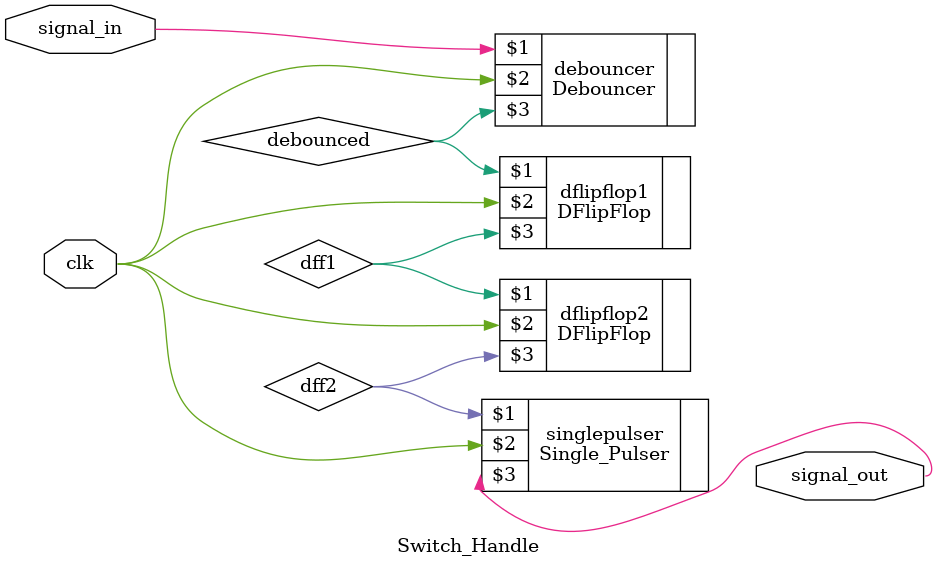
<source format=v>
`timescale 1ns / 1ps


module Switch_Handle( 
    input signal_in,
    input clk,
    output wire signal_out
    );
    
    wire debounced,dff1,dff2;
    
    Debouncer debouncer(signal_in,clk,debounced) ;
    DFlipFlop dflipflop1(debounced,clk,dff1);
    DFlipFlop dflipflop2(dff1,clk,dff2);
    Single_Pulser singlepulser(dff2,clk,signal_out);
    
endmodule

</source>
